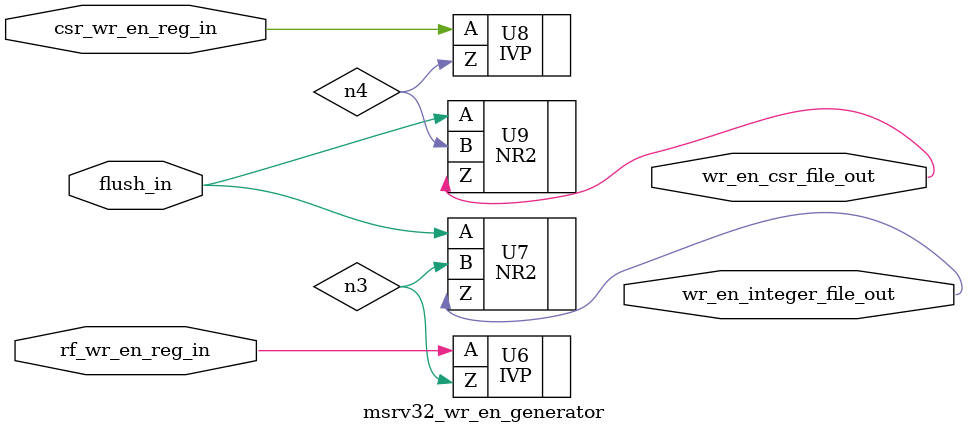
<source format=v>


module msrv32_wr_en_generator ( flush_in, rf_wr_en_reg_in, csr_wr_en_reg_in, 
        wr_en_integer_file_out, wr_en_csr_file_out );
  input flush_in, rf_wr_en_reg_in, csr_wr_en_reg_in;
  output wr_en_integer_file_out, wr_en_csr_file_out;
  wire   n3, n4;

  IVP U6 ( .A(rf_wr_en_reg_in), .Z(n3) );
  NR2 U7 ( .A(flush_in), .B(n3), .Z(wr_en_integer_file_out) );
  IVP U8 ( .A(csr_wr_en_reg_in), .Z(n4) );
  NR2 U9 ( .A(flush_in), .B(n4), .Z(wr_en_csr_file_out) );
endmodule


</source>
